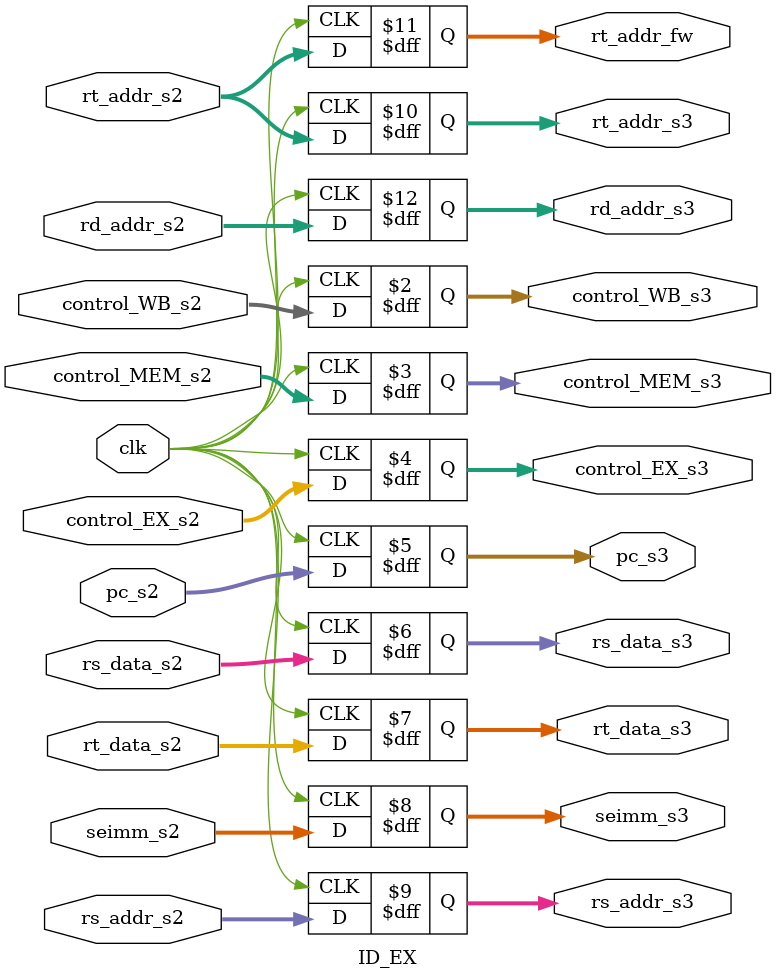
<source format=v>
module ID_EX
(
input clk,
input [1:0] control_WB_s2, control_MEM_s2,
input [3:0] control_EX_s2, 
input [31:0] pc_s2, rs_data_s2, rt_data_s2,seimm_s2,
input [4:0] rs_addr_s2, rt_addr_s2, rd_addr_s2,

output reg [1:0] control_WB_s3, control_MEM_s3,
output reg [3:0] control_EX_s3, 
output reg [31:0] pc_s3, rs_data_s3, rt_data_s3,seimm_s3,
output reg [4:0] rs_addr_s3, rt_addr_s3, rt_addr_fw, rd_addr_s3

);

always@(posedge clk)begin
	control_WB_s3 <= control_WB_s2;
	control_MEM_s3 <= control_MEM_s2;
	control_EX_s3 <= control_EX_s2;
 	pc_s3 <= pc_s2;
 	rs_data_s3 <= rs_data_s2;
 	rt_data_s3 <= rt_data_s2;
 	seimm_s3 <= seimm_s2;
	rs_addr_s3 <= rs_addr_s2;
	rt_addr_s3 <= rt_addr_s2; 
	rt_addr_fw <= rt_addr_s2;
	rd_addr_s3 <= rd_addr_s2;
end
endmodule
</source>
